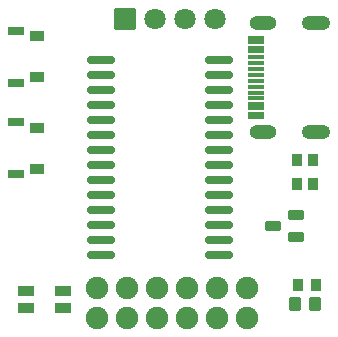
<source format=gts>
G04 Layer: TopSolderMaskLayer*
G04 EasyEDA Pro v2.1.32.5533625a.f972c4, 2023-12-06 19:29:04*
G04 Gerber Generator version 0.3*
G04 Scale: 100 percent, Rotated: No, Reflected: No*
G04 Dimensions in millimeters*
G04 Leading zeros omitted, absolute positions, 3 integers and 3 decimals*
%FSLAX33Y33*%
%MOMM*%
%AMRoundRect*1,1,$1,$2,$3*1,1,$1,$4,$5*1,1,$1,0-$2,0-$3*1,1,$1,0-$4,0-$5*20,1,$1,$2,$3,$4,$5,0*20,1,$1,$4,$5,0-$2,0-$3,0*20,1,$1,0-$2,0-$3,0-$4,0-$5,0*20,1,$1,0-$4,0-$5,$2,$3,0*4,1,4,$2,$3,$4,$5,0-$2,0-$3,0-$4,0-$5,$2,$3,0*%
%ADD10RoundRect,0.09X0.556X0.356X0.556X-0.356*%
%ADD11RoundRect,0.089X0.606X0.306X0.606X-0.306*%
%ADD12RoundRect,0.09X-0.631X0.356X0.631X0.356*%
%ADD13RoundRect,0.092X0.455X0.505X0.455X-0.505*%
%ADD14RoundRect,0.09X0.655X0.415X0.655X-0.415*%
%ADD15O,2.402X0.702*%
%ADD16RoundRect,0.091X-0.405X0.455X0.405X0.455*%
%ADD17RoundRect,0.091X-0.408X0.437X0.408X0.437*%
%ADD18RoundRect,0.096X-0.853X0.853X0.853X0.853*%
%ADD19C,1.802*%
%ADD20C,1.902*%
%ADD21RoundRect,0.081X-0.615X-0.16X-0.615X0.16*%
%ADD22O,2.402X1.202*%
%ADD23O,2.302X1.202*%
G75*


G04 Pad Start*
G54D10*
G01X2297Y-2695D03*
G01X2297Y-6195D03*
G54D11*
G01X497Y-2245D03*
G01X497Y-6645D03*
G54D10*
G01X2297Y-10442D03*
G01X2297Y-13942D03*
G54D11*
G01X497Y-9992D03*
G01X497Y-14392D03*
G54D12*
G01X24241Y-19746D03*
G01X24241Y-17846D03*
G01X22241Y-18796D03*
G54D13*
G01X25869Y-25400D03*
G01X24169Y-25400D03*
G54D14*
G01X4471Y-24319D03*
G01X1371Y-25719D03*
G01X1371Y-24319D03*
G01X4471Y-25719D03*
G54D15*
G01X7700Y-4699D03*
G01X7700Y-5969D03*
G01X7700Y-7239D03*
G01X7700Y-8509D03*
G01X7700Y-9779D03*
G01X7700Y-11049D03*
G01X7700Y-12319D03*
G01X7700Y-13589D03*
G01X7700Y-14859D03*
G01X7700Y-16129D03*
G01X7700Y-17399D03*
G01X7700Y-18669D03*
G01X7700Y-19939D03*
G01X7700Y-21209D03*
G01X17700Y-21209D03*
G01X17700Y-19939D03*
G01X17700Y-18669D03*
G01X17700Y-17399D03*
G01X17700Y-16129D03*
G01X17700Y-14859D03*
G01X17700Y-13589D03*
G01X17700Y-12319D03*
G01X17700Y-11049D03*
G01X17700Y-9779D03*
G01X17700Y-8509D03*
G01X17700Y-7239D03*
G01X17700Y-5969D03*
G01X17700Y-4699D03*
G54D16*
G01X24299Y-15240D03*
G01X25699Y-15240D03*
G01X24299Y-13208D03*
G01X25699Y-13208D03*
G54D17*
G01X24409Y-23749D03*
G01X25916Y-23749D03*
G54D18*
G01X9776Y-1232D03*
G54D19*
G01X12316Y-1232D03*
G01X14856Y-1232D03*
G01X17396Y-1232D03*
G54D20*
G01X7366Y-24003D03*
G01X9906Y-24003D03*
G01X7366Y-26543D03*
G01X9906Y-26543D03*
G01X12446Y-26543D03*
G01X12446Y-24003D03*
G01X20066Y-24003D03*
G01X20066Y-26543D03*
G01X17526Y-24003D03*
G01X17526Y-26543D03*
G01X14986Y-24003D03*
G01X14986Y-26543D03*
G54D21*
G01X20816Y-9573D03*
G01X20816Y-9273D03*
G01X20816Y-8773D03*
G01X20816Y-8473D03*
G01X20816Y-7973D03*
G01X20816Y-7473D03*
G01X20816Y-6973D03*
G01X20816Y-6473D03*
G01X20816Y-5973D03*
G01X20816Y-5473D03*
G01X20816Y-4973D03*
G01X20816Y-4473D03*
G01X20816Y-3973D03*
G01X20816Y-3673D03*
G01X20816Y-3173D03*
G01X20816Y-2873D03*
G54D22*
G01X25920Y-10833D03*
G01X25920Y-1613D03*
G54D23*
G01X21421Y-1613D03*
G01X21421Y-10833D03*
G04 Pad End*

M02*

</source>
